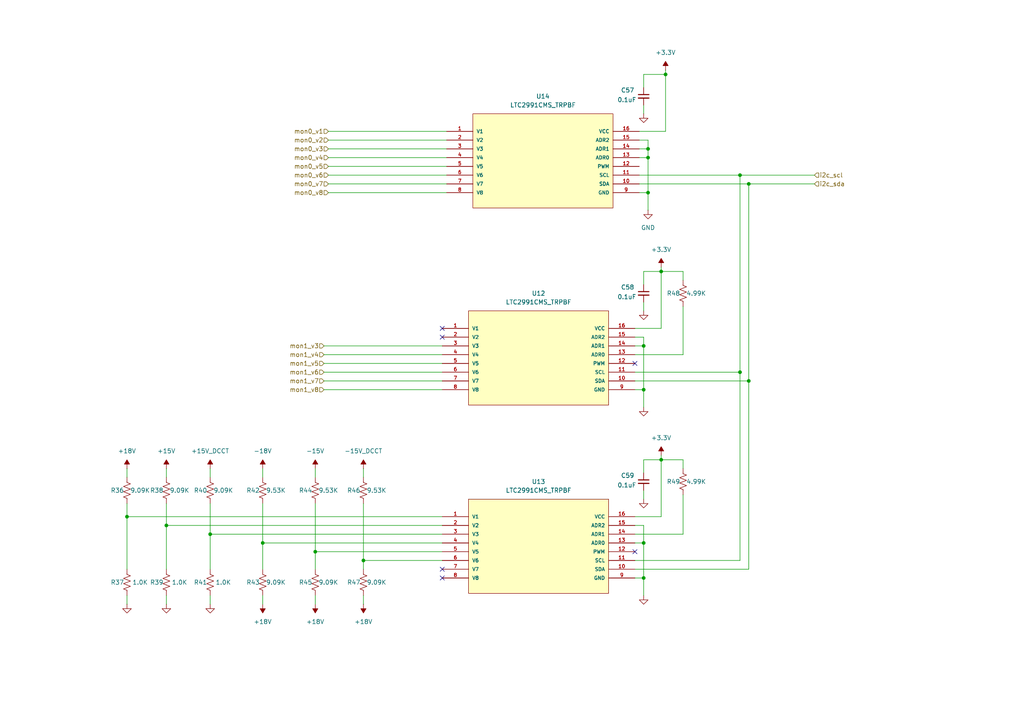
<source format=kicad_sch>
(kicad_sch (version 20250114) (generator "eeschema") (generator_version "9.0")
  (paper "A4")
  (lib_symbols
    (symbol "Device:C_Small" (pin_numbers (hide yes)) (pin_names (offset 0.254) (hide yes))
      (property "Reference" "C" (at 0.254 1.778 0))
      (property "Value" "C_Small" (at 0.254 -2.032 0))
      (symbol "C_Small_0_1"
        (polyline (pts (xy -1.524 0.508) (xy 1.524 0.508)) (stroke (width 0.3048)))
        (polyline (pts (xy -1.524 -0.508) (xy 1.524 -0.508)) (stroke (width 0.3302)))
      )
      (symbol "C_Small_1_1"
        (pin passive line (at 0 2.54 270) (length 2.032) (name "~") (number "1"))
        (pin passive line (at 0 -2.54 90) (length 2.032) (name "~") (number "2"))
      )
    )
    (symbol "Device:R_US" (pin_numbers (hide yes)) (pin_names (offset 0))
      (property "Reference" "R" (at 2.54 0 90))
      (property "Value" "R_US" (at -2.54 0 90))
      (symbol "R_US_0_1"
        (polyline (pts (xy 0 2.286) (xy 0 2.54)))
        (polyline (pts (xy 0 2.286) (xy 1.016 1.905) (xy 0 1.524) (xy -1.016 1.143) (xy 0 0.762)))
        (polyline (pts (xy 0 0.762) (xy 1.016 0.381) (xy 0 0) (xy -1.016 -0.381) (xy 0 -0.762)))
        (polyline (pts (xy 0 -0.762) (xy 1.016 -1.143) (xy 0 -1.524) (xy -1.016 -1.905) (xy 0 -2.286)))
        (polyline (pts (xy 0 -2.286) (xy 0 -2.54)))
      )
      (symbol "R_US_1_1"
        (pin passive line (at 0 3.81 270) (length 1.27) (name "~") (number "1"))
        (pin passive line (at 0 -3.81 90) (length 1.27) (name "~") (number "2"))
      )
    )
    (symbol "LTC2991CMS_TRPBF_1" (pin_names (offset 1.016))
      (property "Reference" "U" (at 23.2156 9.1186 0))
      (property "Value" "LTC2991CMS_TRPBF" (at 22.5806 6.5786 0))
      (symbol "LTC2991CMS_TRPBF_1_0_0"
        (pin input line (at 0 0 0) (length 7.62) (name "V1") (number "1"))
        (pin input line (at 0 -2.54 0) (length 7.62) (name "V2") (number "2"))
        (pin input line (at 0 -5.08 0) (length 7.62) (name "V3") (number "3"))
        (pin input line (at 0 -7.62 0) (length 7.62) (name "V4") (number "4"))
        (pin input line (at 0 -10.16 0) (length 7.62) (name "V5") (number "5"))
        (pin input line (at 0 -12.7 0) (length 7.62) (name "V6") (number "6"))
        (pin input line (at 0 -15.24 0) (length 7.62) (name "V7") (number "7"))
        (pin input line (at 0 -17.78 0) (length 7.62) (name "V8") (number "8"))
        (pin power_in line (at 55.88 0 180) (length 7.62) (name "VCC") (number "16"))
        (pin input line (at 55.88 -2.54 180) (length 7.62) (name "ADR2") (number "15"))
        (pin input line (at 55.88 -5.08 180) (length 7.62) (name "ADR1") (number "14"))
        (pin input line (at 55.88 -7.62 180) (length 7.62) (name "ADR0") (number "13"))
        (pin output line (at 55.88 -10.16 180) (length 7.62) (name "PWM") (number "12"))
        (pin input line (at 55.88 -12.7 180) (length 7.62) (name "SCL") (number "11"))
        (pin bidirectional line (at 55.88 -15.24 180) (length 7.62) (name "SDA") (number "10"))
        (pin power_in line (at 55.88 -17.78 180) (length 7.62) (name "GND") (number "9"))
      )
      (symbol "LTC2991CMS_TRPBF_1_1_1"
        (rectangle (start 7.62 5.08) (end 48.26 -22.225) (fill (type color) (color 255 255 194 1)))
      )
    )
    (symbol "power:GND" (power) (pin_numbers (hide yes)) (pin_names (offset 0) (hide yes))
      (property "Value" "GND" (at 0 -3.81 0))
      (symbol "GND_0_1"
        (polyline (pts (xy 0 0) (xy 0 -1.27) (xy 1.27 -1.27) (xy 0 -2.54) (xy -1.27 -1.27) (xy 0 -1.27)))
      )
      (symbol "GND_1_1"
        (pin power_in line (at 0 0 270) (length 0) (name "~") (number "1"))
      )
    )
    (symbol "psc:+15V" (power) (pin_numbers (hide yes)) (pin_names (offset 0) (hide yes))
      (property "Value" "+15V" (at 0 3.556 0))
      (symbol "+15V_0_0"
        (pin power_in line (at 0 0 90) (length 0) (name "~") (number "1"))
      )
      (symbol "+15V_0_1"
        (polyline (pts (xy 0 0) (xy 0 1.27) (xy 0.762 1.27) (xy 0 2.54) (xy -0.762 1.27) (xy 0 1.27)) (fill (type outline)))
      )
    )
    (symbol "psc:+15V_DCCT" (power) (pin_numbers (hide yes)) (pin_names (offset 0) (hide yes))
      (property "Value" "+15V_DCCT" (at 0 3.556 0))
      (symbol "+15V_DCCT_0_0"
        (pin power_in line (at 0 0 90) (length 0) (name "~") (number "1"))
      )
      (symbol "+15V_DCCT_0_1"
        (polyline (pts (xy 0 0) (xy 0 1.27) (xy 0.762 1.27) (xy 0 2.54) (xy -0.762 1.27) (xy 0 1.27)) (fill (type outline)))
      )
    )
    (symbol "psc:+18V" (power) (pin_numbers (hide yes)) (pin_names (offset 0) (hide yes))
      (property "Value" "+18V" (at 0 3.556 0))
      (symbol "+18V_0_0"
        (pin power_in line (at 0 0 90) (length 0) (name "~") (number "1"))
      )
      (symbol "+18V_0_1"
        (polyline (pts (xy 0 0) (xy 0 1.27) (xy 0.762 1.27) (xy 0 2.54) (xy -0.762 1.27) (xy 0 1.27)) (fill (type outline)))
      )
    )
    (symbol "psc:+3.3V" (power) (pin_numbers (hide yes)) (pin_names (offset 0) (hide yes))
      (property "Value" "+3.3V" (at 0 3.556 0))
      (symbol "+3.3V_0_0"
        (pin power_in line (at 0 0 90) (length 0) (name "~") (number "1"))
      )
      (symbol "+3.3V_0_1"
        (polyline (pts (xy 0 0) (xy 0 1.27) (xy 0.762 1.27) (xy 0 2.54) (xy -0.762 1.27) (xy 0 1.27)) (fill (type outline)))
      )
    )
    (symbol "psc:-15V" (power) (pin_numbers (hide yes)) (pin_names (offset 0) (hide yes))
      (property "Value" "-15V" (at 0 3.556 0))
      (symbol "-15V_0_0"
        (pin power_in line (at 0 0 90) (length 0) (name "~") (number "1"))
      )
      (symbol "-15V_0_1"
        (polyline (pts (xy 0 0) (xy 0 1.27) (xy 0.762 1.27) (xy 0 2.54) (xy -0.762 1.27) (xy 0 1.27)) (fill (type outline)))
      )
    )
    (symbol "psc:-15V_DCCT" (power) (pin_numbers (hide yes)) (pin_names (offset 0) (hide yes))
      (property "Value" "-15V_DCCT" (at 0 3.556 0))
      (symbol "-15V_DCCT_0_0"
        (pin power_in line (at 0 0 90) (length 0) (name "~") (number "1"))
      )
      (symbol "-15V_DCCT_0_1"
        (polyline (pts (xy 0 0) (xy 0 1.27) (xy 0.762 1.27) (xy 0 2.54) (xy -0.762 1.27) (xy 0 1.27)) (fill (type outline)))
      )
    )
    (symbol "psc:-18V" (power) (pin_numbers (hide yes)) (pin_names (offset 0) (hide yes))
      (property "Value" "-18V" (at 0 3.556 0))
      (symbol "-18V_0_0"
        (pin power_in line (at 0 0 90) (length 0) (name "~") (number "1"))
      )
      (symbol "-18V_0_1"
        (polyline (pts (xy 0 0) (xy 0 1.27) (xy 0.762 1.27) (xy 0 2.54) (xy -0.762 1.27) (xy 0 1.27)) (fill (type outline)))
      )
    )
    (symbol "psc:LTC2991CMS_TRPBF" (pin_names (offset 1.016))
      (property "Reference" "U" (at 23.2156 9.1186 0))
      (property "Value" "LTC2991CMS_TRPBF" (at 22.5806 6.5786 0))
      (symbol "LTC2991CMS_TRPBF_0_0"
        (pin input line (at 0 0 0) (length 7.62) (name "V1") (number "1"))
        (pin input line (at 0 -2.54 0) (length 7.62) (name "V2") (number "2"))
        (pin input line (at 0 -5.08 0) (length 7.62) (name "V3") (number "3"))
        (pin input line (at 0 -7.62 0) (length 7.62) (name "V4") (number "4"))
        (pin input line (at 0 -10.16 0) (length 7.62) (name "V5") (number "5"))
        (pin input line (at 0 -12.7 0) (length 7.62) (name "V6") (number "6"))
        (pin input line (at 0 -15.24 0) (length 7.62) (name "V7") (number "7"))
        (pin input line (at 0 -17.78 0) (length 7.62) (name "V8") (number "8"))
        (pin power_in line (at 55.88 0 180) (length 7.62) (name "VCC") (number "16"))
        (pin input line (at 55.88 -2.54 180) (length 7.62) (name "ADR2") (number "15"))
        (pin input line (at 55.88 -5.08 180) (length 7.62) (name "ADR1") (number "14"))
        (pin input line (at 55.88 -7.62 180) (length 7.62) (name "ADR0") (number "13"))
        (pin output line (at 55.88 -10.16 180) (length 7.62) (name "PWM") (number "12"))
        (pin input line (at 55.88 -12.7 180) (length 7.62) (name "SCL") (number "11"))
        (pin bidirectional line (at 55.88 -15.24 180) (length 7.62) (name "SDA") (number "10"))
        (pin power_in line (at 55.88 -17.78 180) (length 7.62) (name "GND") (number "9"))
      )
      (symbol "LTC2991CMS_TRPBF_1_1"
        (rectangle (start 7.62 5.08) (end 48.26 -22.225) (fill (type color) (color 255 255 194 1)))
      )
    )
  )
  (junction (at 191.77 133.35))
  (junction (at 193.04 21.59))
  (junction (at 191.77 78.74))
  (junction (at 214.63 50.8))
  (junction (at 91.44 160.02))
  (junction (at 105.41 162.56))
  (junction (at 217.17 110.49))
  (junction (at 217.17 53.34))
  (junction (at 186.69 157.48))
  (junction (at 187.96 55.88))
  (junction (at 186.69 113.03))
  (junction (at 76.2 157.48))
  (junction (at 186.69 167.64))
  (junction (at 36.83 149.86))
  (junction (at 48.26 152.4))
  (junction (at 60.96 154.94))
  (junction (at 214.63 107.95))
  (junction (at 186.69 100.33))
  (junction (at 187.96 45.72))
  (junction (at 187.96 43.18))
  (no_connect (at 128.27 165.1))
  (no_connect (at 128.27 95.25))
  (no_connect (at 128.27 167.64))
  (no_connect (at 184.15 160.02))
  (no_connect (at 184.15 105.41))
  (no_connect (at 128.27 97.79))
  (wire (pts (xy 91.44 135.89) (xy 91.44 138.43)))
  (wire (pts (xy 60.96 154.94) (xy 128.27 154.94)))
  (wire (pts (xy 186.69 167.64) (xy 186.69 172.72)))
  (wire (pts (xy 186.69 133.35) (xy 186.69 137.16)))
  (wire (pts (xy 91.44 160.02) (xy 128.27 160.02)))
  (wire (pts (xy 36.83 175.26) (xy 36.83 172.72)))
  (wire (pts (xy 185.42 43.18) (xy 187.96 43.18)))
  (wire (pts (xy 186.69 33.02) (xy 186.69 30.48)))
  (wire (pts (xy 95.25 55.88) (xy 129.54 55.88)))
  (wire (pts (xy 185.42 45.72) (xy 187.96 45.72)))
  (wire (pts (xy 198.12 102.87) (xy 198.12 88.9)))
  (wire (pts (xy 184.15 107.95) (xy 214.63 107.95)))
  (wire (pts (xy 185.42 38.1) (xy 193.04 38.1)))
  (wire (pts (xy 95.25 43.18) (xy 129.54 43.18)))
  (wire (pts (xy 105.41 162.56) (xy 105.41 165.1)))
  (wire (pts (xy 95.25 53.34) (xy 129.54 53.34)))
  (wire (pts (xy 187.96 55.88) (xy 187.96 60.96)))
  (wire (pts (xy 95.25 45.72) (xy 129.54 45.72)))
  (wire (pts (xy 184.15 95.25) (xy 191.77 95.25)))
  (wire (pts (xy 217.17 110.49) (xy 217.17 165.1)))
  (wire (pts (xy 184.15 162.56) (xy 214.63 162.56)))
  (wire (pts (xy 193.04 20.32) (xy 193.04 21.59)))
  (wire (pts (xy 36.83 146.05) (xy 36.83 149.86)))
  (wire (pts (xy 95.25 50.8) (xy 129.54 50.8)))
  (wire (pts (xy 184.15 152.4) (xy 186.69 152.4)))
  (wire (pts (xy 93.98 100.33) (xy 128.27 100.33)))
  (wire (pts (xy 91.44 172.72) (xy 91.44 175.26)))
  (wire (pts (xy 91.44 160.02) (xy 91.44 165.1)))
  (wire (pts (xy 76.2 146.05) (xy 76.2 157.48)))
  (wire (pts (xy 186.69 78.74) (xy 191.77 78.74)))
  (wire (pts (xy 105.41 172.72) (xy 105.41 175.26)))
  (wire (pts (xy 186.69 97.79) (xy 186.69 100.33)))
  (wire (pts (xy 191.77 95.25) (xy 191.77 78.74)))
  (wire (pts (xy 93.98 113.03) (xy 128.27 113.03)))
  (wire (pts (xy 186.69 152.4) (xy 186.69 157.48)))
  (wire (pts (xy 184.15 113.03) (xy 186.69 113.03)))
  (wire (pts (xy 48.26 152.4) (xy 48.26 165.1)))
  (wire (pts (xy 217.17 53.34) (xy 236.22 53.34)))
  (wire (pts (xy 48.26 135.89) (xy 48.26 138.43)))
  (wire (pts (xy 184.15 97.79) (xy 186.69 97.79)))
  (wire (pts (xy 186.69 133.35) (xy 191.77 133.35)))
  (wire (pts (xy 193.04 21.59) (xy 193.04 38.1)))
  (wire (pts (xy 191.77 78.74) (xy 191.77 77.47)))
  (wire (pts (xy 93.98 105.41) (xy 128.27 105.41)))
  (wire (pts (xy 60.96 135.89) (xy 60.96 138.43)))
  (wire (pts (xy 105.41 135.89) (xy 105.41 138.43)))
  (wire (pts (xy 187.96 43.18) (xy 187.96 45.72)))
  (wire (pts (xy 186.69 157.48) (xy 184.15 157.48)))
  (wire (pts (xy 186.69 21.59) (xy 193.04 21.59)))
  (wire (pts (xy 48.26 146.05) (xy 48.26 152.4)))
  (wire (pts (xy 186.69 144.78) (xy 186.69 142.24)))
  (wire (pts (xy 76.2 172.72) (xy 76.2 175.26)))
  (wire (pts (xy 217.17 110.49) (xy 217.17 53.34)))
  (wire (pts (xy 198.12 78.74) (xy 198.12 81.28)))
  (wire (pts (xy 93.98 110.49) (xy 128.27 110.49)))
  (wire (pts (xy 76.2 135.89) (xy 76.2 138.43)))
  (wire (pts (xy 186.69 100.33) (xy 186.69 113.03)))
  (wire (pts (xy 60.96 154.94) (xy 60.96 165.1)))
  (wire (pts (xy 187.96 40.64) (xy 187.96 43.18)))
  (wire (pts (xy 191.77 149.86) (xy 191.77 133.35)))
  (wire (pts (xy 184.15 102.87) (xy 198.12 102.87)))
  (wire (pts (xy 214.63 107.95) (xy 214.63 162.56)))
  (wire (pts (xy 91.44 146.05) (xy 91.44 160.02)))
  (wire (pts (xy 60.96 146.05) (xy 60.96 154.94)))
  (wire (pts (xy 95.25 48.26) (xy 129.54 48.26)))
  (wire (pts (xy 184.15 100.33) (xy 186.69 100.33)))
  (wire (pts (xy 93.98 107.95) (xy 128.27 107.95)))
  (wire (pts (xy 76.2 157.48) (xy 128.27 157.48)))
  (wire (pts (xy 76.2 157.48) (xy 76.2 165.1)))
  (wire (pts (xy 214.63 107.95) (xy 214.63 50.8)))
  (wire (pts (xy 187.96 45.72) (xy 187.96 55.88)))
  (wire (pts (xy 105.41 146.05) (xy 105.41 162.56)))
  (wire (pts (xy 93.98 102.87) (xy 128.27 102.87)))
  (wire (pts (xy 36.83 149.86) (xy 36.83 165.1)))
  (wire (pts (xy 191.77 133.35) (xy 198.12 133.35)))
  (wire (pts (xy 185.42 40.64) (xy 187.96 40.64)))
  (wire (pts (xy 191.77 78.74) (xy 198.12 78.74)))
  (wire (pts (xy 185.42 53.34) (xy 217.17 53.34)))
  (wire (pts (xy 185.42 50.8) (xy 214.63 50.8)))
  (wire (pts (xy 95.25 38.1) (xy 129.54 38.1)))
  (wire (pts (xy 128.27 149.86) (xy 36.83 149.86)))
  (wire (pts (xy 60.96 175.26) (xy 60.96 172.72)))
  (wire (pts (xy 95.25 40.64) (xy 129.54 40.64)))
  (wire (pts (xy 184.15 149.86) (xy 191.77 149.86)))
  (wire (pts (xy 184.15 165.1) (xy 217.17 165.1)))
  (wire (pts (xy 48.26 175.26) (xy 48.26 172.72)))
  (wire (pts (xy 36.83 135.89) (xy 36.83 138.43)))
  (wire (pts (xy 198.12 154.94) (xy 184.15 154.94)))
  (wire (pts (xy 186.69 78.74) (xy 186.69 82.55)))
  (wire (pts (xy 186.69 90.17) (xy 186.69 87.63)))
  (wire (pts (xy 186.69 21.59) (xy 186.69 25.4)))
  (wire (pts (xy 186.69 157.48) (xy 186.69 167.64)))
  (wire (pts (xy 214.63 50.8) (xy 236.22 50.8)))
  (wire (pts (xy 184.15 167.64) (xy 186.69 167.64)))
  (wire (pts (xy 191.77 133.35) (xy 191.77 132.08)))
  (wire (pts (xy 198.12 133.35) (xy 198.12 135.89)))
  (wire (pts (xy 48.26 152.4) (xy 128.27 152.4)))
  (wire (pts (xy 105.41 162.56) (xy 128.27 162.56)))
  (wire (pts (xy 186.69 113.03) (xy 186.69 118.11)))
  (wire (pts (xy 198.12 143.51) (xy 198.12 154.94)))
  (wire (pts (xy 184.15 110.49) (xy 217.17 110.49)))
  (wire (pts (xy 185.42 55.88) (xy 187.96 55.88)))
  (hierarchical_label "mon0_v6" (shape input) (at 95.25 50.8 180))
  (hierarchical_label "mon0_v5" (shape input) (at 95.25 48.26 180))
  (hierarchical_label "i2c_sda" (shape input) (at 236.22 53.34 0))
  (hierarchical_label "mon0_v1" (shape input) (at 95.25 38.1 180))
  (hierarchical_label "mon1_v4" (shape input) (at 93.98 102.87 180))
  (hierarchical_label "mon0_v4" (shape input) (at 95.25 45.72 180))
  (hierarchical_label "mon0_v3" (shape input) (at 95.25 43.18 180))
  (hierarchical_label "mon0_v2" (shape input) (at 95.25 40.64 180))
  (hierarchical_label "mon1_v8" (shape input) (at 93.98 113.03 180))
  (hierarchical_label "mon0_v7" (shape input) (at 95.25 53.34 180))
  (hierarchical_label "i2c_scl" (shape input) (at 236.22 50.8 0))
  (hierarchical_label "mon1_v7" (shape input) (at 93.98 110.49 180))
  (hierarchical_label "mon0_v8" (shape input) (at 95.25 55.88 180))
  (hierarchical_label "mon1_v3" (shape input) (at 93.98 100.33 180))
  (hierarchical_label "mon1_v6" (shape input) (at 93.98 107.95 180))
  (hierarchical_label "mon1_v5" (shape input) (at 93.98 105.41 180))
  (symbol (lib_id "Device:R_US") (at 60.96 168.91 0) (unit 1)
    (property "Reference" "R41" (at 58.166 168.91 0))
    (property "Value" "1.0K" (at 64.77 168.91 0))
    (property "Footprint" "Resistor_SMD:R_0402_1005Metric" (effects (hide yes)))
    (property "Description" "RES SMD 1K OHM 1% 1/10W 0402" (effects (hide yes)))
    (property "Tolerance" "1%" (effects (hide yes)))
    (property "MFG" "Panasonic" (effects (hide yes)))
    (property "MFG_PN" "ERJ-2RKF1001X" (effects (hide yes)))
    (property "Cost" "0.01" (effects (hide yes)))
  )
  (symbol (lib_id "Device:R_US") (at 76.2 142.24 0) (unit 1)
    (property "Reference" "R42" (at 73.406 142.24 0))
    (property "Value" "9.53K" (at 80.01 142.24 0))
    (property "Footprint" "Resistor_SMD:R_0402_1005Metric" (effects (hide yes)))
    (property "Description" "RES SMD 9.53K OHM 1% 1/10W 0402" (effects (hide yes)))
    (property "Tolerance" "1%" (effects (hide yes)))
    (property "MFG" "Panasonic" (effects (hide yes)))
    (property "MFG_PN" "ERJ-2RKF9531X" (effects (hide yes)))
    (property "Cost" "0.01" (effects (hide yes)))
  )
  (symbol (lib_id "Device:R_US") (at 198.12 85.09 0) (unit 1)
    (property "Reference" "R48" (at 195.326 85.09 0))
    (property "Value" "4.99K" (at 201.93 85.09 0))
    (property "Footprint" "Resistor_SMD:R_0402_1005Metric" (effects (hide yes)))
    (property "Description" "RES SMD 4.99K OHM 1% 1/10W 0402" (effects (hide yes)))
    (property "Tolerance" "1%" (effects (hide yes)))
    (property "MFG" "Panasonic" (effects (hide yes)))
    (property "MFG_PN" "ERJ-2RKF4991X" (effects (hide yes)))
    (property "Cost" "0.01" (effects (hide yes)))
  )
  (symbol (lib_id "psc:+18V") (at 76.2 175.26 180) (unit 1)
    (property "Reference" "#PWR0139" (effects (hide yes)))
    (property "Value" "+18V" (at 76.2 180.34 0))
    (property "Description" "Power symbol creates a global label with name \"-15V\"" (effects (hide yes)))
  )
  (symbol (lib_id "Device:R_US") (at 91.44 168.91 0) (unit 1)
    (property "Reference" "R45" (at 88.646 168.91 0))
    (property "Value" "9.09K" (at 95.25 168.91 0))
    (property "Footprint" "Resistor_SMD:R_0402_1005Metric" (effects (hide yes)))
    (property "Description" "RES SMD 9.09K OHM 1% 1/10W 0402" (effects (hide yes)))
    (property "Tolerance" "1%" (effects (hide yes)))
    (property "MFG" "Panasonic" (effects (hide yes)))
    (property "MFG_PN" "ERJ-2RKF9091X" (effects (hide yes)))
    (property "Cost" "0.01" (effects (hide yes)))
  )
  (symbol (lib_id "psc:-15V") (at 91.44 135.89 0) (unit 1)
    (property "Reference" "#PWR0140" (effects (hide yes)))
    (property "Value" "-15V" (at 91.44 130.81 0))
    (property "Description" "Power symbol creates a global label with name \"-15V\"" (effects (hide yes)))
  )
  (symbol (lib_id "power:GND") (at 186.69 172.72 0) (unit 1)
    (property "Reference" "#PWR0148" (effects (hide yes)))
    (property "Value" "GND" (effects (hide yes)))
    (property "Description" "Power symbol creates a global label with name \"GND\" , ground" (effects (hide yes)))
  )
  (symbol (lib_id "Device:R_US") (at 105.41 142.24 0) (unit 1)
    (property "Reference" "R46" (at 102.616 142.24 0))
    (property "Value" "9.53K" (at 109.22 142.24 0))
    (property "Footprint" "Resistor_SMD:R_0402_1005Metric" (effects (hide yes)))
    (property "Description" "RES SMD 9.53K OHM 1% 1/10W 0402" (effects (hide yes)))
    (property "Tolerance" "1%" (effects (hide yes)))
    (property "MFG" "Panasonic" (effects (hide yes)))
    (property "MFG_PN" "ERJ-2RKF9531X" (effects (hide yes)))
    (property "Cost" "0.01" (effects (hide yes)))
  )
  (symbol (lib_id "psc:-18V") (at 76.2 135.89 0) (unit 1)
    (property "Reference" "#PWR0138" (effects (hide yes)))
    (property "Value" "-18V" (at 76.2 130.81 0))
    (property "Description" "Power symbol creates a global label with name \"-15V\"" (effects (hide yes)))
  )
  (symbol (lib_id "power:GND") (at 186.69 118.11 0) (unit 1)
    (property "Reference" "#PWR0146" (effects (hide yes)))
    (property "Value" "GND" (effects (hide yes)))
    (property "Description" "Power symbol creates a global label with name \"GND\" , ground" (effects (hide yes)))
  )
  (symbol (lib_id "psc:+3.3V") (at 193.04 20.32 0) (unit 1)
    (property "Reference" "#PWR0152" (effects (hide yes)))
    (property "Value" "+3.3V" (at 193.04 15.24 0))
    (property "Description" "Power symbol creates a global label with name \"-15V\"" (effects (hide yes)))
  )
  (symbol (lib_id "power:GND") (at 187.96 60.96 0) (unit 1)
    (property "Reference" "#PWR0149" (effects (hide yes)))
    (property "Value" "GND" (at 187.96 66.04 0))
    (property "Description" "Power symbol creates a global label with name \"GND\" , ground" (effects (hide yes)))
  )
  (symbol (lib_id "power:GND") (at 48.26 175.26 0) (unit 1)
    (property "Reference" "#PWR0135" (effects (hide yes)))
    (property "Value" "GND" (effects (hide yes)))
    (property "Description" "Power symbol creates a global label with name \"GND\" , ground" (effects (hide yes)))
  )
  (symbol (lib_id "power:GND") (at 186.69 144.78 0) (unit 1)
    (property "Reference" "#PWR0147" (effects (hide yes)))
    (property "Value" "GND" (effects (hide yes)))
    (property "Description" "Power symbol creates a global label with name \"GND\" , ground" (effects (hide yes)))
  )
  (symbol (lib_id "power:GND") (at 186.69 33.02 0) (unit 1)
    (property "Reference" "#PWR0144" (effects (hide yes)))
    (property "Value" "GND" (effects (hide yes)))
    (property "Description" "Power symbol creates a global label with name \"GND\" , ground" (effects (hide yes)))
  )
  (symbol (lib_id "psc:+18V") (at 105.41 175.26 180) (unit 1)
    (property "Reference" "#PWR0143" (effects (hide yes)))
    (property "Value" "+18V" (at 105.41 180.34 0))
    (property "Description" "Power symbol creates a global label with name \"-15V\"" (effects (hide yes)))
  )
  (symbol (lib_id "Device:C_Small") (at 186.69 85.09 0) (unit 1)
    (property "Reference" "C58" (at 180.086 83.312 0) (effects (justify left)))
    (property "Value" "0.1uF" (at 179.07 86.106 0) (effects (justify left)))
    (property "Footprint" "Capacitor_SMD:C_0402_1005Metric" (effects (hide yes)))
    (property "Description" "CAP CER 0.1UF 25V X5R 0402" (effects (hide yes)))
    (property "MFG" "Taiyo Yuden" (effects (hide yes)))
    (property "MFG_PN" "TMK105BJ104KV-F" (effects (hide yes)))
    (property "Cost" ".01" (effects (hide yes)))
  )
  (symbol (lib_id "psc:+15V_DCCT") (at 60.96 135.89 0) (unit 1)
    (property "Reference" "#PWR0136" (effects (hide yes)))
    (property "Value" "+15V_DCCT" (at 60.96 130.81 0))
    (property "Description" "Power symbol creates a global label with name \"-15V\"" (effects (hide yes)))
  )
  (symbol (lib_id "psc:+18V") (at 36.83 135.89 0) (unit 1)
    (property "Reference" "#PWR0132" (effects (hide yes)))
    (property "Value" "+18V" (at 36.83 130.81 0))
    (property "Description" "Power symbol creates a global label with name \"-15V\"" (effects (hide yes)))
  )
  (symbol (lib_id "Device:R_US") (at 76.2 168.91 0) (unit 1)
    (property "Reference" "R43" (at 73.406 168.91 0))
    (property "Value" "9.09K" (at 80.01 168.91 0))
    (property "Footprint" "Resistor_SMD:R_0402_1005Metric" (effects (hide yes)))
    (property "Description" "RES SMD 9.09K OHM 1% 1/10W 0402" (effects (hide yes)))
    (property "Tolerance" "1%" (effects (hide yes)))
    (property "MFG" "Panasonic" (effects (hide yes)))
    (property "MFG_PN" "ERJ-2RKF9091X" (effects (hide yes)))
    (property "Cost" "0.01" (effects (hide yes)))
  )
  (symbol (lib_id "psc:+15V") (at 48.26 135.89 0) (unit 1)
    (property "Reference" "#PWR0134" (effects (hide yes)))
    (property "Value" "+15V" (at 48.26 130.81 0))
    (property "Description" "Power symbol creates a global label with name \"-15V\"" (effects (hide yes)))
  )
  (symbol (lib_id "psc:LTC2991CMS_TRPBF") (at 128.27 95.25 0) (unit 1)
    (property "Reference" "U12" (at 156.21 85.09 0))
    (property "Value" "LTC2991CMS_TRPBF" (at 156.21 87.63 0))
    (property "Footprint" "myparts:MSOP-16_MS" (effects (hide yes)))
    (property "Description" "IC MONITOR OCTAL 16MSOP" (effects (hide yes)))
    (property "VENDOR" "Linear Technology" (effects (hide yes)))
    (property "MANUFACTURER_PART_NUMBER" "ltc2991cms#pbf" (effects (hide yes)))
    (property "MFG" "Analog Devices" (effects (hide yes)))
    (property "MFG_PN" "LTC2991CMS#TRPBF" (effects (hide yes)))
  )
  (symbol (lib_id "Device:C_Small") (at 186.69 27.94 0) (unit 1)
    (property "Reference" "C57" (at 180.086 26.162 0) (effects (justify left)))
    (property "Value" "0.1uF" (at 179.07 28.956 0) (effects (justify left)))
    (property "Footprint" "Capacitor_SMD:C_0402_1005Metric" (effects (hide yes)))
    (property "Description" "CAP CER 0.1UF 25V X5R 0402" (effects (hide yes)))
    (property "MFG" "Taiyo Yuden" (effects (hide yes)))
    (property "MFG_PN" "TMK105BJ104KV-F" (effects (hide yes)))
    (property "Cost" ".01" (effects (hide yes)))
  )
  (symbol (lib_id "Device:R_US") (at 36.83 142.24 0) (unit 1)
    (property "Reference" "R36" (at 34.036 142.24 0))
    (property "Value" "9.09K" (at 40.64 142.24 0))
    (property "Footprint" "Resistor_SMD:R_0402_1005Metric" (effects (hide yes)))
    (property "Description" "RES SMD 9.09K OHM 1% 1/10W 0402" (effects (hide yes)))
    (property "Tolerance" "1%" (effects (hide yes)))
    (property "MFG" "Panasonic" (effects (hide yes)))
    (property "MFG_PN" "ERJ-2RKF9091X" (effects (hide yes)))
    (property "Cost" "0.01" (effects (hide yes)))
  )
  (symbol (lib_id "Device:R_US") (at 105.41 168.91 0) (unit 1)
    (property "Reference" "R47" (at 102.616 168.91 0))
    (property "Value" "9.09K" (at 109.22 168.91 0))
    (property "Footprint" "Resistor_SMD:R_0402_1005Metric" (effects (hide yes)))
    (property "Description" "RES SMD 9.09K OHM 1% 1/10W 0402" (effects (hide yes)))
    (property "Tolerance" "1%" (effects (hide yes)))
    (property "MFG" "Panasonic" (effects (hide yes)))
    (property "MFG_PN" "ERJ-2RKF9091X" (effects (hide yes)))
    (property "Cost" "0.01" (effects (hide yes)))
  )
  (symbol (lib_id "power:GND") (at 186.69 90.17 0) (unit 1)
    (property "Reference" "#PWR0145" (effects (hide yes)))
    (property "Value" "GND" (effects (hide yes)))
    (property "Description" "Power symbol creates a global label with name \"GND\" , ground" (effects (hide yes)))
  )
  (symbol (lib_id "Device:R_US") (at 48.26 142.24 0) (unit 1)
    (property "Reference" "R38" (at 45.466 142.24 0))
    (property "Value" "9.09K" (at 52.07 142.24 0))
    (property "Footprint" "Resistor_SMD:R_0402_1005Metric" (effects (hide yes)))
    (property "Description" "RES SMD 9.09K OHM 1% 1/10W 0402" (effects (hide yes)))
    (property "Tolerance" "1%" (effects (hide yes)))
    (property "MFG" "Panasonic" (effects (hide yes)))
    (property "MFG_PN" "ERJ-2RKF9091X" (effects (hide yes)))
    (property "Cost" "0.01" (effects (hide yes)))
  )
  (symbol (lib_id "Device:R_US") (at 60.96 142.24 0) (unit 1)
    (property "Reference" "R40" (at 58.166 142.24 0))
    (property "Value" "9.09K" (at 64.77 142.24 0))
    (property "Footprint" "Resistor_SMD:R_0402_1005Metric" (effects (hide yes)))
    (property "Description" "RES SMD 9.09K OHM 1% 1/10W 0402" (effects (hide yes)))
    (property "Tolerance" "1%" (effects (hide yes)))
    (property "MFG" "Panasonic" (effects (hide yes)))
    (property "MFG_PN" "ERJ-2RKF9091X" (effects (hide yes)))
    (property "Cost" "0.01" (effects (hide yes)))
  )
  (symbol (lib_name "LTC2991CMS_TRPBF_1") (lib_id "psc:LTC2991CMS_TRPBF") (at 129.54 38.1 0) (unit 1)
    (property "Reference" "U14" (at 157.48 27.94 0))
    (property "Value" "LTC2991CMS_TRPBF" (at 157.48 30.48 0))
    (property "Footprint" "myparts:MSOP-16_MS" (effects (hide yes)))
    (property "Description" "IC MONITOR OCTAL 16MSOP" (effects (hide yes)))
    (property "VENDOR" "Linear Technology" (effects (hide yes)))
    (property "MANUFACTURER_PART_NUMBER" "ltc2991cms#pbf" (effects (hide yes)))
    (property "MFG" "Analog Devices" (effects (hide yes)))
    (property "MFG_PN" "LTC2991CMS#TRPBF" (effects (hide yes)))
  )
  (symbol (lib_id "power:GND") (at 36.83 175.26 0) (unit 1)
    (property "Reference" "#PWR0133" (effects (hide yes)))
    (property "Value" "GND" (effects (hide yes)))
    (property "Description" "Power symbol creates a global label with name \"GND\" , ground" (effects (hide yes)))
  )
  (symbol (lib_id "psc:LTC2991CMS_TRPBF") (at 128.27 149.86 0) (unit 1)
    (property "Reference" "U13" (at 156.21 139.7 0))
    (property "Value" "LTC2991CMS_TRPBF" (at 156.21 142.24 0))
    (property "Footprint" "myparts:MSOP-16_MS" (effects (hide yes)))
    (property "Description" "IC MONITOR OCTAL 16MSOP" (effects (hide yes)))
    (property "VENDOR" "Linear Technology" (effects (hide yes)))
    (property "MANUFACTURER_PART_NUMBER" "ltc2991cms#pbf" (effects (hide yes)))
    (property "MFG" "Analog Devices" (effects (hide yes)))
    (property "MFG_PN" "LTC2991CMS#TRPBF" (effects (hide yes)))
  )
  (symbol (lib_id "power:GND") (at 60.96 175.26 0) (unit 1)
    (property "Reference" "#PWR0137" (effects (hide yes)))
    (property "Value" "GND" (effects (hide yes)))
    (property "Description" "Power symbol creates a global label with name \"GND\" , ground" (effects (hide yes)))
  )
  (symbol (lib_id "psc:-15V_DCCT") (at 105.41 135.89 0) (unit 1)
    (property "Reference" "#PWR0142" (effects (hide yes)))
    (property "Value" "-15V_DCCT" (at 105.41 130.81 0))
    (property "Description" "Power symbol creates a global label with name \"-15V\"" (effects (hide yes)))
  )
  (symbol (lib_id "Device:R_US") (at 36.83 168.91 0) (unit 1)
    (property "Reference" "R37" (at 34.036 168.91 0))
    (property "Value" "1.0K" (at 40.64 168.91 0))
    (property "Footprint" "Resistor_SMD:R_0402_1005Metric" (effects (hide yes)))
    (property "Description" "RES SMD 1K OHM 1% 1/10W 0402" (effects (hide yes)))
    (property "Tolerance" "1%" (effects (hide yes)))
    (property "MFG" "Panasonic" (effects (hide yes)))
    (property "MFG_PN" "ERJ-2RKF1001X" (effects (hide yes)))
    (property "Cost" "0.01" (effects (hide yes)))
  )
  (symbol (lib_id "Device:R_US") (at 48.26 168.91 0) (unit 1)
    (property "Reference" "R39" (at 45.466 168.91 0))
    (property "Value" "1.0K" (at 52.07 168.91 0))
    (property "Footprint" "Resistor_SMD:R_0402_1005Metric" (effects (hide yes)))
    (property "Description" "RES SMD 1K OHM 1% 1/10W 0402" (effects (hide yes)))
    (property "Tolerance" "1%" (effects (hide yes)))
    (property "MFG" "Panasonic" (effects (hide yes)))
    (property "MFG_PN" "ERJ-2RKF1001X" (effects (hide yes)))
    (property "Cost" "0.01" (effects (hide yes)))
  )
  (symbol (lib_id "psc:+3.3V") (at 191.77 132.08 0) (unit 1)
    (property "Reference" "#PWR0151" (effects (hide yes)))
    (property "Value" "+3.3V" (at 191.77 127 0))
    (property "Description" "Power symbol creates a global label with name \"-15V\"" (effects (hide yes)))
  )
  (symbol (lib_id "psc:+3.3V") (at 191.77 77.47 0) (unit 1)
    (property "Reference" "#PWR0150" (effects (hide yes)))
    (property "Value" "+3.3V" (at 191.77 72.39 0))
    (property "Description" "Power symbol creates a global label with name \"-15V\"" (effects (hide yes)))
  )
  (symbol (lib_id "Device:C_Small") (at 186.69 139.7 0) (unit 1)
    (property "Reference" "C59" (at 180.086 137.922 0) (effects (justify left)))
    (property "Value" "0.1uF" (at 179.07 140.716 0) (effects (justify left)))
    (property "Footprint" "Capacitor_SMD:C_0402_1005Metric" (effects (hide yes)))
    (property "Description" "CAP CER 0.1UF 25V X5R 0402" (effects (hide yes)))
    (property "MFG" "Taiyo Yuden" (effects (hide yes)))
    (property "MFG_PN" "TMK105BJ104KV-F" (effects (hide yes)))
    (property "Cost" ".01" (effects (hide yes)))
  )
  (symbol (lib_id "psc:+18V") (at 91.44 175.26 180) (unit 1)
    (property "Reference" "#PWR0141" (effects (hide yes)))
    (property "Value" "+18V" (at 91.44 180.34 0))
    (property "Description" "Power symbol creates a global label with name \"-15V\"" (effects (hide yes)))
  )
  (symbol (lib_id "Device:R_US") (at 91.44 142.24 0) (unit 1)
    (property "Reference" "R44" (at 88.646 142.24 0))
    (property "Value" "9.53K" (at 95.25 142.24 0))
    (property "Footprint" "Resistor_SMD:R_0402_1005Metric" (effects (hide yes)))
    (property "Description" "RES SMD 9.53K OHM 1% 1/10W 0402" (effects (hide yes)))
    (property "Tolerance" "1%" (effects (hide yes)))
    (property "MFG" "Panasonic" (effects (hide yes)))
    (property "MFG_PN" "ERJ-2RKF9531X" (effects (hide yes)))
    (property "Cost" "0.01" (effects (hide yes)))
  )
  (symbol (lib_id "Device:R_US") (at 198.12 139.7 0) (unit 1)
    (property "Reference" "R49" (at 195.326 139.7 0))
    (property "Value" "4.99K" (at 201.93 139.7 0))
    (property "Footprint" "Resistor_SMD:R_0402_1005Metric" (effects (hide yes)))
    (property "Description" "RES SMD 4.99K OHM 1% 1/10W 0402" (effects (hide yes)))
    (property "Tolerance" "1%" (effects (hide yes)))
    (property "MFG" "Panasonic" (effects (hide yes)))
    (property "MFG_PN" "ERJ-2RKF4991X" (effects (hide yes)))
    (property "Cost" "0.01" (effects (hide yes)))
  )
)
</source>
